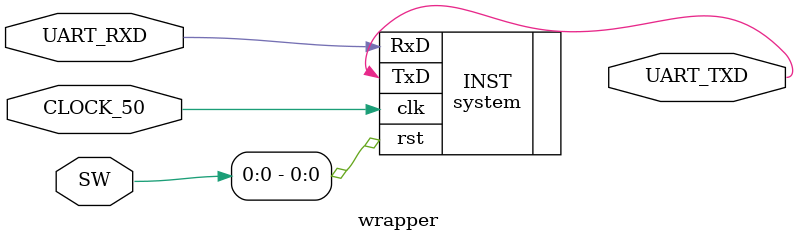
<source format=v>

module wrapper(CLOCK_50, SW, UART_TXD, UART_RXD);
  input CLOCK_50, UART_RXD;
  input [17:0] SW;
  output UART_TXD;
  system INST(
              .clk(CLOCK_50),
              .rst(SW[0]),
              .RxD(UART_RXD),
              .TxD(UART_TXD)
              );
endmodule

</source>
